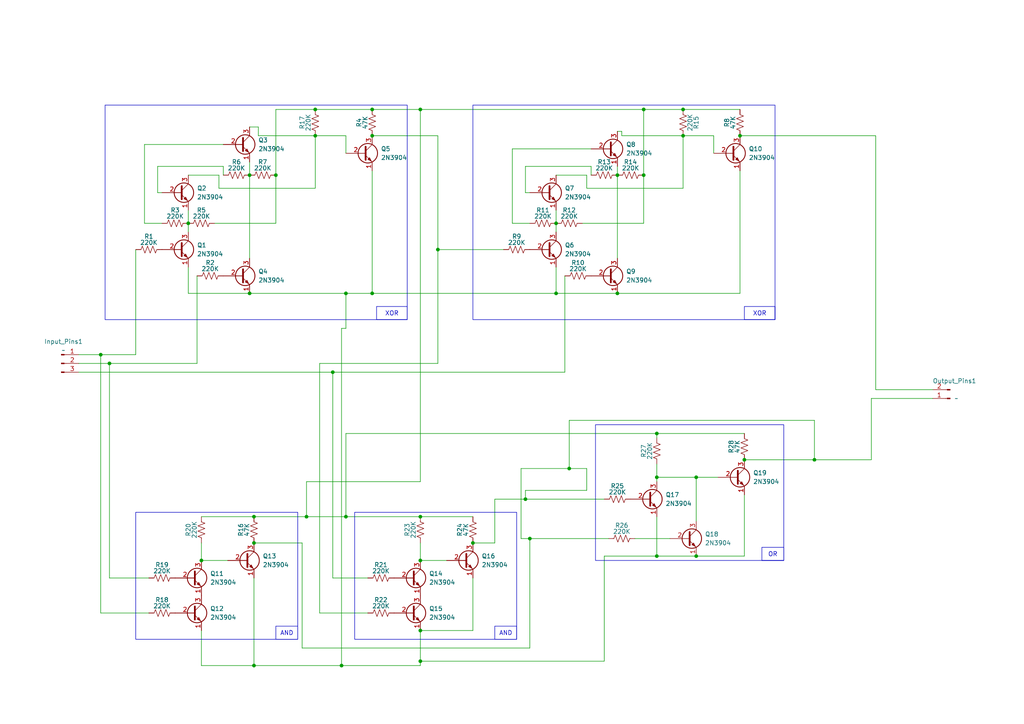
<source format=kicad_sch>
(kicad_sch (version 20231120) (generator "eeschema") (generator_version "8.0")
  (paper "A4")
  (title_block (title "1-Bit Adder") (date "2024-03-29") (rev "1.0"))
  (lib_symbols
    (symbol "Connector:Conn_01x02_Pin" (pin_names (offset 1.016) hide)
      (property "Reference" "J" (at 0 2.54 0))
      (property "Value" "Conn_01x02_Pin" (at 0 -5.08 0))
      (symbol "Conn_01x02_Pin_1_1"
        (polyline (pts (xy 1.27 -2.54) (xy 0.8636 -2.54)) (stroke (width 0.1524)))
        (polyline (pts (xy 1.27 0) (xy 0.8636 0)) (stroke (width 0.1524)))
        (rectangle (start 0.8636 -2.413) (end 0 -2.667) (stroke (width 0.1524)) (fill (type outline)))
        (rectangle (start 0.8636 0.127) (end 0 -0.127) (stroke (width 0.1524)) (fill (type outline)))
        (pin passive line (at 5.08 0 180) (length 3.81) (name "Pin_1") (number "1"))
        (pin passive line (at 5.08 -2.54 180) (length 3.81) (name "Pin_2") (number "2"))
      )
    )
    (symbol "Connector:Conn_01x03_Pin" (pin_names (offset 1.016) hide)
      (property "Reference" "J" (at 0 5.08 0))
      (property "Value" "Conn_01x03_Pin" (at 0 -5.08 0))
      (symbol "Conn_01x03_Pin_1_1"
        (polyline (pts (xy 1.27 -2.54) (xy 0.8636 -2.54)) (stroke (width 0.1524)))
        (polyline (pts (xy 1.27 0) (xy 0.8636 0)) (stroke (width 0.1524)))
        (polyline (pts (xy 1.27 2.54) (xy 0.8636 2.54)) (stroke (width 0.1524)))
        (rectangle (start 0.8636 -2.413) (end 0 -2.667) (stroke (width 0.1524)) (fill (type outline)))
        (rectangle (start 0.8636 0.127) (end 0 -0.127) (stroke (width 0.1524)) (fill (type outline)))
        (rectangle (start 0.8636 2.667) (end 0 2.413) (stroke (width 0.1524)) (fill (type outline)))
        (pin passive line (at 5.08 2.54 180) (length 3.81) (name "Pin_1") (number "1"))
        (pin passive line (at 5.08 0 180) (length 3.81) (name "Pin_2") (number "2"))
        (pin passive line (at 5.08 -2.54 180) (length 3.81) (name "Pin_3") (number "3"))
      )
    )
    (symbol "Device:R_US" (pin_numbers hide) (pin_names (offset 0))
      (property "Reference" "R" (at 2.54 0 90))
      (property "Value" "R_US" (at -2.54 0 90))
      (symbol "R_US_0_1"
        (polyline (pts (xy 0 -2.286) (xy 0 -2.54)))
        (polyline (pts (xy 0 2.286) (xy 0 2.54)))
        (polyline (pts (xy 0 -0.762) (xy 1.016 -1.143) (xy 0 -1.524) (xy -1.016 -1.905) (xy 0 -2.286)))
        (polyline (pts (xy 0 0.762) (xy 1.016 0.381) (xy 0 0) (xy -1.016 -0.381) (xy 0 -0.762)))
        (polyline (pts (xy 0 2.286) (xy 1.016 1.905) (xy 0 1.524) (xy -1.016 1.143) (xy 0 0.762)))
      )
      (symbol "R_US_1_1"
        (pin passive line (at 0 3.81 270) (length 1.27) (name "~") (number "1"))
        (pin passive line (at 0 -3.81 90) (length 1.27) (name "~") (number "2"))
      )
    )
    (symbol "Transistor_BJT:2N3904" (pin_names (offset 0) hide)
      (property "Reference" "Q" (at 5.08 1.905 0))
      (property "Value" "2N3904" (at 5.08 0 0))
      (symbol "2N3904_0_1"
        (polyline (pts (xy 0.635 0.635) (xy 2.54 2.54)))
        (polyline (pts (xy 0.635 -0.635) (xy 2.54 -2.54) (xy 2.54 -2.54)))
        (polyline (pts (xy 0.635 1.905) (xy 0.635 -1.905) (xy 0.635 -1.905)) (stroke (width 0.508)))
        (polyline (pts (xy 1.27 -1.778) (xy 1.778 -1.27) (xy 2.286 -2.286) (xy 1.27 -1.778) (xy 1.27 -1.778)) (fill (type outline)))
        (circle (center 1.27 0) (radius 2.8194) (stroke (width 0.254)))
      )
      (symbol "2N3904_1_1"
        (pin passive line (at 2.54 -5.08 90) (length 2.54) (name "E") (number "1"))
        (pin passive line (at -5.08 0 0) (length 5.715) (name "B") (number "2"))
        (pin passive line (at 2.54 5.08 270) (length 2.54) (name "C") (number "3"))
      )
    )
  )
  (junction (at 54.61 64.77))
  (junction (at 127 72.39))
  (junction (at 107.95 39.37))
  (junction (at 179.07 85.09))
  (junction (at 214.63 39.37))
  (junction (at 80.01 50.8))
  (junction (at 121.92 182.88))
  (junction (at 91.44 31.75))
  (junction (at 73.66 157.48))
  (junction (at 121.92 149.86))
  (junction (at 107.95 31.75))
  (junction (at 190.5 138.43))
  (junction (at 198.12 31.75))
  (junction (at 186.69 50.8))
  (junction (at 190.5 125.73))
  (junction (at 165.1 135.89))
  (junction (at 121.92 31.75))
  (junction (at 137.16 157.48))
  (junction (at 96.52 107.95))
  (junction (at 31.75 105.41))
  (junction (at 121.92 162.56))
  (junction (at 100.33 149.86))
  (junction (at 91.44 39.37))
  (junction (at 153.67 156.21))
  (junction (at 100.33 85.09))
  (junction (at 73.66 193.04))
  (junction (at 88.9 149.86))
  (junction (at 161.29 85.09))
  (junction (at 152.4 144.78))
  (junction (at 72.39 50.8))
  (junction (at 121.92 191.77))
  (junction (at 107.95 85.09))
  (junction (at 161.29 64.77))
  (junction (at 201.93 138.43))
  (junction (at 73.66 149.86))
  (junction (at 236.22 133.35))
  (junction (at 58.42 162.56))
  (junction (at 72.39 85.09))
  (junction (at 190.5 161.29))
  (junction (at 99.06 193.04))
  (junction (at 201.93 161.29))
  (junction (at 179.07 50.8))
  (junction (at 29.21 102.87))
  (junction (at 215.9 133.35))
  (junction (at 198.12 39.37))
  (junction (at 186.69 31.75))
  (wire (pts (xy 74.93 36.83) (xy 72.39 36.83)))
  (wire (pts (xy 87.63 157.48) (xy 73.66 157.48)))
  (wire (pts (xy 57.15 105.41) (xy 31.75 105.41)))
  (wire (pts (xy 31.75 167.64) (xy 31.75 105.41)))
  (wire (pts (xy 92.71 105.41) (xy 92.71 177.8)))
  (wire (pts (xy 152.4 144.78) (xy 175.26 144.78)))
  (wire (pts (xy 72.39 85.09) (xy 100.33 85.09)))
  (wire (pts (xy 121.92 139.7) (xy 121.92 31.75)))
  (wire (pts (xy 107.95 49.53) (xy 107.95 85.09)))
  (wire (pts (xy 152.4 144.78) (xy 152.4 142.24)))
  (wire (pts (xy 107.95 85.09) (xy 161.29 85.09)))
  (wire (pts (xy 180.34 39.37) (xy 198.12 39.37)))
  (wire (pts (xy 186.69 50.8) (xy 186.69 64.77)))
  (wire (pts (xy 43.18 177.8) (xy 29.21 177.8)))
  (wire (pts (xy 137.16 182.88) (xy 121.92 182.88)))
  (wire (pts (xy 45.72 48.26) (xy 64.77 48.26)))
  (wire (pts (xy 100.33 85.09) (xy 100.33 95.25)))
  (wire (pts (xy 72.39 50.8) (xy 72.39 74.93)))
  (wire (pts (xy 54.61 77.47) (xy 54.61 85.09)))
  (wire (pts (xy 186.69 31.75) (xy 198.12 31.75)))
  (wire (pts (xy 58.42 193.04) (xy 73.66 193.04)))
  (wire (pts (xy 54.61 60.96) (xy 54.61 64.77)))
  (wire (pts (xy 64.77 48.26) (xy 64.77 50.8)))
  (wire (pts (xy 58.42 149.86) (xy 73.66 149.86)))
  (wire (pts (xy 99.06 95.25) (xy 99.06 193.04)))
  (wire (pts (xy 190.5 138.43) (xy 190.5 139.7)))
  (wire (pts (xy 92.71 177.8) (xy 106.68 177.8)))
  (wire (pts (xy 91.44 39.37) (xy 74.93 39.37)))
  (wire (pts (xy 88.9 149.86) (xy 88.9 139.7)))
  (wire (pts (xy 88.9 139.7) (xy 121.92 139.7)))
  (wire (pts (xy 58.42 157.48) (xy 58.42 162.56)))
  (wire (pts (xy 190.5 149.86) (xy 190.5 161.29)))
  (wire (pts (xy 100.33 125.73) (xy 190.5 125.73)))
  (wire (pts (xy 87.63 187.96) (xy 87.63 157.48)))
  (wire (pts (xy 161.29 77.47) (xy 161.29 85.09)))
  (wire (pts (xy 100.33 85.09) (xy 107.95 85.09)))
  (wire (pts (xy 153.67 156.21) (xy 153.67 187.96)))
  (wire (pts (xy 215.9 125.73) (xy 190.5 125.73)))
  (wire (pts (xy 179.07 48.26) (xy 179.07 50.8)))
  (wire (pts (xy 201.93 151.13) (xy 201.93 138.43)))
  (wire (pts (xy 91.44 39.37) (xy 91.44 54.61)))
  (wire (pts (xy 88.9 149.86) (xy 100.33 149.86)))
  (wire (pts (xy 179.07 85.09) (xy 214.63 85.09)))
  (wire (pts (xy 107.95 31.75) (xy 121.92 31.75)))
  (wire (pts (xy 96.52 107.95) (xy 96.52 167.64)))
  (wire (pts (xy 74.93 39.37) (xy 74.93 36.83)))
  (wire (pts (xy 179.07 50.8) (xy 179.07 74.93)))
  (wire (pts (xy 184.15 156.21) (xy 194.31 156.21)))
  (wire (pts (xy 29.21 102.87) (xy 39.37 102.87)))
  (wire (pts (xy 80.01 31.75) (xy 80.01 50.8)))
  (wire (pts (xy 121.92 157.48) (xy 121.92 162.56)))
  (wire (pts (xy 170.18 54.61) (xy 198.12 54.61)))
  (wire (pts (xy 121.92 149.86) (xy 137.16 149.86)))
  (wire (pts (xy 58.42 182.88) (xy 58.42 193.04)))
  (wire (pts (xy 73.66 193.04) (xy 99.06 193.04)))
  (wire (pts (xy 129.54 162.56) (xy 121.92 162.56)))
  (wire (pts (xy 152.4 55.88) (xy 153.67 55.88)))
  (wire (pts (xy 215.9 143.51) (xy 215.9 161.29)))
  (wire (pts (xy 43.18 167.64) (xy 31.75 167.64)))
  (wire (pts (xy 73.66 149.86) (xy 88.9 149.86)))
  (wire (pts (xy 143.51 144.78) (xy 152.4 144.78)))
  (wire (pts (xy 165.1 121.92) (xy 236.22 121.92)))
  (wire (pts (xy 254 39.37) (xy 254 113.03)))
  (wire (pts (xy 100.33 44.45) (xy 100.33 39.37)))
  (wire (pts (xy 57.15 80.01) (xy 57.15 105.41)))
  (wire (pts (xy 54.61 64.77) (xy 54.61 67.31)))
  (wire (pts (xy 91.44 31.75) (xy 107.95 31.75)))
  (wire (pts (xy 175.26 191.77) (xy 121.92 191.77)))
  (wire (pts (xy 207.01 39.37) (xy 198.12 39.37)))
  (wire (pts (xy 198.12 31.75) (xy 214.63 31.75)))
  (wire (pts (xy 186.69 31.75) (xy 186.69 50.8)))
  (wire (pts (xy 175.26 161.29) (xy 175.26 191.77)))
  (wire (pts (xy 171.45 48.26) (xy 171.45 50.8)))
  (wire (pts (xy 170.18 142.24) (xy 170.18 135.89)))
  (wire (pts (xy 252.73 115.57) (xy 252.73 133.35)))
  (wire (pts (xy 127 72.39) (xy 146.05 72.39)))
  (wire (pts (xy 148.59 64.77) (xy 148.59 43.18)))
  (wire (pts (xy 121.92 31.75) (xy 186.69 31.75)))
  (wire (pts (xy 190.5 138.43) (xy 201.93 138.43)))
  (wire (pts (xy 152.4 48.26) (xy 171.45 48.26)))
  (wire (pts (xy 236.22 121.92) (xy 236.22 133.35)))
  (wire (pts (xy 190.5 134.62) (xy 190.5 138.43)))
  (wire (pts (xy 121.92 182.88) (xy 121.92 191.77)))
  (wire (pts (xy 165.1 121.92) (xy 165.1 135.89)))
  (wire (pts (xy 190.5 161.29) (xy 201.93 161.29)))
  (wire (pts (xy 254 39.37) (xy 214.63 39.37)))
  (wire (pts (xy 151.13 156.21) (xy 151.13 135.89)))
  (wire (pts (xy 198.12 39.37) (xy 198.12 54.61)))
  (wire (pts (xy 100.33 95.25) (xy 99.06 95.25)))
  (wire (pts (xy 45.72 55.88) (xy 45.72 48.26)))
  (wire (pts (xy 72.39 46.99) (xy 72.39 50.8)))
  (wire (pts (xy 137.16 167.64) (xy 137.16 182.88)))
  (wire (pts (xy 190.5 125.73) (xy 190.5 127)))
  (wire (pts (xy 100.33 125.73) (xy 100.33 149.86)))
  (wire (pts (xy 215.9 133.35) (xy 236.22 133.35)))
  (wire (pts (xy 161.29 64.77) (xy 161.29 67.31)))
  (wire (pts (xy 127 39.37) (xy 127 72.39)))
  (wire (pts (xy 80.01 31.75) (xy 91.44 31.75)))
  (wire (pts (xy 270.51 113.03) (xy 254 113.03)))
  (wire (pts (xy 236.22 133.35) (xy 252.73 133.35)))
  (wire (pts (xy 127 72.39) (xy 127 105.41)))
  (wire (pts (xy 63.5 50.8) (xy 63.5 54.61)))
  (wire (pts (xy 54.61 85.09) (xy 72.39 85.09)))
  (wire (pts (xy 63.5 54.61) (xy 91.44 54.61)))
  (wire (pts (xy 137.16 157.48) (xy 143.51 157.48)))
  (wire (pts (xy 99.06 193.04) (xy 121.92 193.04)))
  (wire (pts (xy 66.04 162.56) (xy 58.42 162.56)))
  (wire (pts (xy 45.72 55.88) (xy 46.99 55.88)))
  (wire (pts (xy 163.83 80.01) (xy 163.83 107.95)))
  (wire (pts (xy 54.61 50.8) (xy 63.5 50.8)))
  (wire (pts (xy 46.99 64.77) (xy 41.91 64.77)))
  (wire (pts (xy 153.67 156.21) (xy 151.13 156.21)))
  (wire (pts (xy 180.34 38.1) (xy 180.34 39.37)))
  (wire (pts (xy 41.91 64.77) (xy 41.91 41.91)))
  (wire (pts (xy 62.23 64.77) (xy 80.01 64.77)))
  (wire (pts (xy 153.67 64.77) (xy 148.59 64.77)))
  (wire (pts (xy 161.29 50.8) (xy 170.18 50.8)))
  (wire (pts (xy 151.13 135.89) (xy 165.1 135.89)))
  (wire (pts (xy 207.01 44.45) (xy 207.01 39.37)))
  (wire (pts (xy 127 39.37) (xy 107.95 39.37)))
  (wire (pts (xy 121.92 191.77) (xy 121.92 193.04)))
  (wire (pts (xy 22.86 102.87) (xy 29.21 102.87)))
  (wire (pts (xy 161.29 85.09) (xy 179.07 85.09)))
  (wire (pts (xy 165.1 135.89) (xy 170.18 135.89)))
  (wire (pts (xy 170.18 50.8) (xy 170.18 54.61)))
  (wire (pts (xy 29.21 177.8) (xy 29.21 102.87)))
  (wire (pts (xy 39.37 102.87) (xy 39.37 72.39)))
  (wire (pts (xy 201.93 138.43) (xy 208.28 138.43)))
  (wire (pts (xy 22.86 107.95) (xy 96.52 107.95)))
  (wire (pts (xy 73.66 167.64) (xy 73.66 193.04)))
  (wire (pts (xy 152.4 142.24) (xy 170.18 142.24)))
  (wire (pts (xy 148.59 43.18) (xy 171.45 43.18)))
  (wire (pts (xy 153.67 156.21) (xy 176.53 156.21)))
  (wire (pts (xy 96.52 167.64) (xy 106.68 167.64)))
  (wire (pts (xy 100.33 149.86) (xy 121.92 149.86)))
  (wire (pts (xy 214.63 49.53) (xy 214.63 85.09)))
  (wire (pts (xy 152.4 55.88) (xy 152.4 48.26)))
  (wire (pts (xy 168.91 64.77) (xy 186.69 64.77)))
  (wire (pts (xy 143.51 157.48) (xy 143.51 144.78)))
  (wire (pts (xy 127 105.41) (xy 92.71 105.41)))
  (wire (pts (xy 190.5 161.29) (xy 175.26 161.29)))
  (wire (pts (xy 91.44 39.37) (xy 100.33 39.37)))
  (wire (pts (xy 31.75 105.41) (xy 22.86 105.41)))
  (wire (pts (xy 270.51 115.57) (xy 252.73 115.57)))
  (wire (pts (xy 80.01 50.8) (xy 80.01 64.77)))
  (wire (pts (xy 201.93 161.29) (xy 215.9 161.29)))
  (wire (pts (xy 179.07 38.1) (xy 180.34 38.1)))
  (wire (pts (xy 41.91 41.91) (xy 64.77 41.91)))
  (wire (pts (xy 96.52 107.95) (xy 163.83 107.95)))
  (wire (pts (xy 161.29 60.96) (xy 161.29 64.77)))
  (wire (pts (xy 153.67 187.96) (xy 87.63 187.96)))
  (rectangle (start 102.87 148.59) (end 149.86 185.42))
  (rectangle (start 137.16 30.48) (end 224.79 92.71))
  (rectangle (start 172.72 123.19) (end 227.33 162.56))
  (rectangle (start 30.48 30.48) (end 118.11 92.71))
  (rectangle (start 39.37 148.59) (end 86.36 185.42))
  (text_box "XOR\n" (at 109.22 88.9 0) (size 8.89 3.81) (effects (font (size 1.27 1.27))))
  (text_box "OR" (at 220.98 158.75 0) (size 6.35 3.81) (effects (font (size 1.27 1.27))))
  (text_box "AND" (at 80.01 181.61 0) (size 6.35 3.81) (effects (font (size 1.27 1.27))))
  (text_box "AND" (at 143.51 181.61 0) (size 6.35 3.81) (effects (font (size 1.27 1.27))))
  (text_box "XOR\n" (at 215.9 88.9 0) (size 8.89 3.81) (effects (font (size 1.27 1.27))))
  (symbol (lib_id "Transistor_BJT:2N3904") (at 213.36 138.43 0) (unit 1)
    (property "Reference" "Q19" (at 218.44 137.1599 0) (effects (justify left)))
    (property "Value" "2N3904" (at 218.44 139.6999 0) (effects (justify left)))
    (property "Footprint" "Package_TO_SOT_THT:TO-92_HandSolder" (effects (hide yes)))
    (property "Datasheet" "https://www.onsemi.com/pub/Collateral/2N3903-D.PDF" (effects (hide yes)))
    (property "Description" "0.2A Ic, 40V Vce, Small Signal NPN Transistor, TO-92" (effects (hide yes)))
    (property "Sim.Library" "2N3904.lib" (effects (hide yes)))
    (property "Sim.Name" "2N3904" (effects (hide yes)))
    (property "Sim.Device" "NPN" (effects (hide yes)))
    (property "Sim.Type" "GUMMELPOON" (effects (hide yes)))
    (property "Sim.Pins" "1=E 2=B 3=C" (effects (hide yes)))
  )
  (symbol (lib_id "Device:R_US") (at 137.16 153.67 180) (unit 1)
    (property "Reference" "R24" (at 133.35 153.67 90))
    (property "Value" "47K" (at 135.128 153.67 90))
    (property "Footprint" "Resistor_THT:R_Axial_DIN0207_L6.3mm_D2.5mm_P2.54mm_Vertical" (effects (hide yes)))
    (property "Description" "Resistor, US symbol" (effects (hide yes)))
  )
  (symbol (lib_id "Connector:Conn_01x02_Pin") (at 275.59 115.57 180) (unit 1)
    (property "Reference" "Output_Pins1" (at 270.51 110.49 0) (effects (justify right)))
    (property "Value" "~" (at 276.86 115.57 0) (effects (justify right)))
    (property "Footprint" "Connector_Wire:SolderWire-0.5sqmm_1x02_P4.6mm_D0.9mm_OD2.1mm" (effects (hide yes)))
    (property "Description" "Generic connector, single row, 01x02, script generated" (effects (hide yes)))
  )
  (symbol (lib_id "Transistor_BJT:2N3904") (at 212.09 44.45 0) (unit 1)
    (property "Reference" "Q10" (at 217.17 43.1799 0) (effects (justify left)))
    (property "Value" "2N3904" (at 217.17 45.7199 0) (effects (justify left)))
    (property "Footprint" "Package_TO_SOT_THT:TO-92_HandSolder" (effects (hide yes)))
    (property "Datasheet" "https://www.onsemi.com/pub/Collateral/2N3903-D.PDF" (effects (hide yes)))
    (property "Description" "0.2A Ic, 40V Vce, Small Signal NPN Transistor, TO-92" (effects (hide yes)))
    (property "Sim.Library" "2N3904.lib" (effects (hide yes)))
    (property "Sim.Name" "2N3904" (effects (hide yes)))
    (property "Sim.Device" "NPN" (effects (hide yes)))
    (property "Sim.Type" "GUMMELPOON" (effects (hide yes)))
    (property "Sim.Pins" "1=E 2=B 3=C" (effects (hide yes)))
  )
  (symbol (lib_id "Device:R_US") (at 46.99 177.8 90) (unit 1)
    (property "Reference" "R18" (at 46.99 173.99 90))
    (property "Value" "220K" (at 46.99 175.768 90))
    (property "Footprint" "Resistor_THT:R_Axial_DIN0207_L6.3mm_D2.5mm_P2.54mm_Vertical" (effects (hide yes)))
    (property "Description" "Resistor, US symbol" (effects (hide yes)))
  )
  (symbol (lib_id "Transistor_BJT:2N3904") (at 69.85 41.91 0) (unit 1)
    (property "Reference" "Q3" (at 74.93 40.6399 0) (effects (justify left)))
    (property "Value" "2N3904" (at 74.93 43.1799 0) (effects (justify left)))
    (property "Footprint" "Package_TO_SOT_THT:TO-92_HandSolder" (effects (hide yes)))
    (property "Datasheet" "https://www.onsemi.com/pub/Collateral/2N3903-D.PDF" (effects (hide yes)))
    (property "Description" "0.2A Ic, 40V Vce, Small Signal NPN Transistor, TO-92" (effects (hide yes)))
    (property "Sim.Library" "2N3904.lib" (effects (hide yes)))
    (property "Sim.Name" "2N3904" (effects (hide yes)))
    (property "Sim.Device" "NPN" (effects (hide yes)))
    (property "Sim.Type" "GUMMELPOON" (effects (hide yes)))
    (property "Sim.Pins" "1=C 2=B 3=E" (effects (hide yes)))
  )
  (symbol (lib_id "Device:R_US") (at 149.86 72.39 90) (unit 1)
    (property "Reference" "R9" (at 149.86 68.58 90))
    (property "Value" "220K" (at 149.86 70.358 90))
    (property "Footprint" "Resistor_THT:R_Axial_DIN0207_L6.3mm_D2.5mm_P2.54mm_Vertical" (effects (hide yes)))
    (property "Description" "Resistor, US symbol" (effects (hide yes)))
  )
  (symbol (lib_id "Device:R_US") (at 214.63 35.56 180) (unit 1)
    (property "Reference" "R8" (at 210.82 35.56 90))
    (property "Value" "47K" (at 212.598 35.56 90))
    (property "Footprint" "Resistor_THT:R_Axial_DIN0207_L6.3mm_D2.5mm_P2.54mm_Vertical" (effects (hide yes)))
    (property "Description" "Resistor, US symbol" (effects (hide yes)))
  )
  (symbol (lib_id "Transistor_BJT:2N3904") (at 105.41 44.45 0) (unit 1)
    (property "Reference" "Q5" (at 110.49 43.1799 0) (effects (justify left)))
    (property "Value" "2N3904" (at 110.49 45.7199 0) (effects (justify left)))
    (property "Footprint" "Package_TO_SOT_THT:TO-92_HandSolder" (effects (hide yes)))
    (property "Datasheet" "https://www.onsemi.com/pub/Collateral/2N3903-D.PDF" (effects (hide yes)))
    (property "Description" "0.2A Ic, 40V Vce, Small Signal NPN Transistor, TO-92" (effects (hide yes)))
    (property "Sim.Library" "2N3904.lib" (effects (hide yes)))
    (property "Sim.Name" "2N3904" (effects (hide yes)))
    (property "Sim.Device" "NPN" (effects (hide yes)))
    (property "Sim.Type" "GUMMELPOON" (effects (hide yes)))
    (property "Sim.Pins" "1=E 2=B 3=C" (effects (hide yes)))
  )
  (symbol (lib_id "Device:R_US") (at 180.34 156.21 90) (unit 1)
    (property "Reference" "R26" (at 180.34 152.4 90))
    (property "Value" "220K" (at 180.34 154.178 90))
    (property "Footprint" "Resistor_THT:R_Axial_DIN0207_L6.3mm_D2.5mm_P2.54mm_Vertical" (effects (hide yes)))
    (property "Description" "Resistor, US symbol" (effects (hide yes)))
  )
  (symbol (lib_id "Transistor_BJT:2N3904") (at 55.88 167.64 0) (unit 1)
    (property "Reference" "Q11" (at 60.96 166.3699 0) (effects (justify left)))
    (property "Value" "2N3904" (at 60.96 168.9099 0) (effects (justify left)))
    (property "Footprint" "Package_TO_SOT_THT:TO-92_HandSolder" (effects (hide yes)))
    (property "Datasheet" "https://www.onsemi.com/pub/Collateral/2N3903-D.PDF" (effects (hide yes)))
    (property "Description" "0.2A Ic, 40V Vce, Small Signal NPN Transistor, TO-92" (effects (hide yes)))
    (property "Sim.Library" "2N3904.lib" (effects (hide yes)))
    (property "Sim.Name" "2N3904" (effects (hide yes)))
    (property "Sim.Device" "NPN" (effects (hide yes)))
    (property "Sim.Type" "GUMMELPOON" (effects (hide yes)))
    (property "Sim.Pins" "1=E 2=B 3=C" (effects (hide yes)))
  )
  (symbol (lib_id "Device:R_US") (at 165.1 64.77 90) (unit 1)
    (property "Reference" "R12" (at 165.1 60.96 90))
    (property "Value" "220K" (at 165.1 62.738 90))
    (property "Footprint" "Resistor_THT:R_Axial_DIN0207_L6.3mm_D2.5mm_P2.54mm_Vertical" (effects (hide yes)))
    (property "Description" "Resistor, US symbol" (effects (hide yes)))
  )
  (symbol (lib_id "Device:R_US") (at 121.92 153.67 180) (unit 1)
    (property "Reference" "R23" (at 118.11 153.67 90))
    (property "Value" "220K" (at 119.888 153.67 90))
    (property "Footprint" "Resistor_THT:R_Axial_DIN0207_L6.3mm_D2.5mm_P2.54mm_Vertical" (effects (hide yes)))
    (property "Description" "Resistor, US symbol" (effects (hide yes)))
  )
  (symbol (lib_id "Device:R_US") (at 91.44 35.56 180) (unit 1)
    (property "Reference" "R17" (at 87.63 35.56 90))
    (property "Value" "220K" (at 89.408 35.56 90))
    (property "Footprint" "Resistor_THT:R_Axial_DIN0207_L6.3mm_D2.5mm_P2.54mm_Vertical" (effects (hide yes)))
    (property "Description" "Resistor, US symbol" (effects (hide yes)))
  )
  (symbol (lib_id "Transistor_BJT:2N3904") (at 71.12 162.56 0) (unit 1)
    (property "Reference" "Q13" (at 76.2 161.2899 0) (effects (justify left)))
    (property "Value" "2N3904" (at 76.2 163.8299 0) (effects (justify left)))
    (property "Footprint" "Package_TO_SOT_THT:TO-92_HandSolder" (effects (hide yes)))
    (property "Datasheet" "https://www.onsemi.com/pub/Collateral/2N3903-D.PDF" (effects (hide yes)))
    (property "Description" "0.2A Ic, 40V Vce, Small Signal NPN Transistor, TO-92" (effects (hide yes)))
    (property "Sim.Library" "2N3904.lib" (effects (hide yes)))
    (property "Sim.Name" "2N3904" (effects (hide yes)))
    (property "Sim.Device" "NPN" (effects (hide yes)))
    (property "Sim.Type" "GUMMELPOON" (effects (hide yes)))
    (property "Sim.Pins" "1=E 2=B 3=C" (effects (hide yes)))
  )
  (symbol (lib_id "Device:R_US") (at 179.07 144.78 90) (unit 1)
    (property "Reference" "R25" (at 179.07 140.97 90))
    (property "Value" "220K" (at 179.07 142.748 90))
    (property "Footprint" "Resistor_THT:R_Axial_DIN0207_L6.3mm_D2.5mm_P2.54mm_Vertical" (effects (hide yes)))
    (property "Description" "Resistor, US symbol" (effects (hide yes)))
  )
  (symbol (lib_id "Device:R_US") (at 68.58 50.8 90) (unit 1)
    (property "Reference" "R6" (at 68.58 46.99 90))
    (property "Value" "220K" (at 68.58 48.768 90))
    (property "Footprint" "Resistor_THT:R_Axial_DIN0207_L6.3mm_D2.5mm_P2.54mm_Vertical" (effects (hide yes)))
    (property "Description" "Resistor, US symbol" (effects (hide yes)))
  )
  (symbol (lib_id "Device:R_US") (at 190.5 130.81 180) (unit 1)
    (property "Reference" "R27" (at 186.69 130.81 90))
    (property "Value" "220K" (at 188.468 130.81 90))
    (property "Footprint" "Resistor_THT:R_Axial_DIN0207_L6.3mm_D2.5mm_P2.54mm_Vertical" (effects (hide yes)))
    (property "Description" "Resistor, US symbol" (effects (hide yes)))
  )
  (symbol (lib_id "Transistor_BJT:2N3904") (at 134.62 162.56 0) (unit 1)
    (property "Reference" "Q16" (at 139.7 161.2899 0) (effects (justify left)))
    (property "Value" "2N3904" (at 139.7 163.8299 0) (effects (justify left)))
    (property "Footprint" "Package_TO_SOT_THT:TO-92_HandSolder" (effects (hide yes)))
    (property "Datasheet" "https://www.onsemi.com/pub/Collateral/2N3903-D.PDF" (effects (hide yes)))
    (property "Description" "0.2A Ic, 40V Vce, Small Signal NPN Transistor, TO-92" (effects (hide yes)))
    (property "Sim.Library" "2N3904.lib" (effects (hide yes)))
    (property "Sim.Name" "2N3904" (effects (hide yes)))
    (property "Sim.Device" "NPN" (effects (hide yes)))
    (property "Sim.Type" "GUMMELPOON" (effects (hide yes)))
    (property "Sim.Pins" "1=E 2=B 3=C" (effects (hide yes)))
  )
  (symbol (lib_id "Device:R_US") (at 58.42 64.77 90) (unit 1)
    (property "Reference" "R5" (at 58.42 60.96 90))
    (property "Value" "220K" (at 58.42 62.738 90))
    (property "Footprint" "Resistor_THT:R_Axial_DIN0207_L6.3mm_D2.5mm_P2.54mm_Vertical" (effects (hide yes)))
    (property "Description" "Resistor, US symbol" (effects (hide yes)))
  )
  (symbol (lib_id "Device:R_US") (at 110.49 167.64 90) (unit 1)
    (property "Reference" "R21" (at 110.49 163.83 90))
    (property "Value" "220K" (at 110.49 165.608 90))
    (property "Footprint" "Resistor_THT:R_Axial_DIN0207_L6.3mm_D2.5mm_P2.54mm_Vertical" (effects (hide yes)))
    (property "Description" "Resistor, US symbol" (effects (hide yes)))
  )
  (symbol (lib_id "Device:R_US") (at 60.96 80.01 90) (unit 1)
    (property "Reference" "R2" (at 60.96 76.2 90))
    (property "Value" "220K" (at 60.96 77.978 90))
    (property "Footprint" "Resistor_THT:R_Axial_DIN0207_L6.3mm_D2.5mm_P2.54mm_Vertical" (effects (hide yes)))
    (property "Description" "Resistor, US symbol" (effects (hide yes)))
  )
  (symbol (lib_id "Device:R_US") (at 76.2 50.8 90) (unit 1)
    (property "Reference" "R7" (at 76.2 46.99 90))
    (property "Value" "220K" (at 76.2 48.768 90))
    (property "Footprint" "Resistor_THT:R_Axial_DIN0207_L6.3mm_D2.5mm_P2.54mm_Vertical" (effects (hide yes)))
    (property "Description" "Resistor, US symbol" (effects (hide yes)))
  )
  (symbol (lib_id "Device:R_US") (at 157.48 64.77 90) (unit 1)
    (property "Reference" "R11" (at 157.48 60.96 90))
    (property "Value" "220K" (at 157.48 62.738 90))
    (property "Footprint" "Resistor_THT:R_Axial_DIN0207_L6.3mm_D2.5mm_P2.54mm_Vertical" (effects (hide yes)))
    (property "Description" "Resistor, US symbol" (effects (hide yes)))
  )
  (symbol (lib_id "Device:R_US") (at 58.42 153.67 180) (unit 1)
    (property "Reference" "R20" (at 54.61 153.67 90))
    (property "Value" "220K" (at 56.388 153.67 90))
    (property "Footprint" "Resistor_THT:R_Axial_DIN0207_L6.3mm_D2.5mm_P2.54mm_Vertical" (effects (hide yes)))
    (property "Description" "Resistor, US symbol" (effects (hide yes)))
  )
  (symbol (lib_id "Transistor_BJT:2N3904") (at 176.53 43.18 0) (unit 1)
    (property "Reference" "Q8" (at 181.61 41.9099 0) (effects (justify left)))
    (property "Value" "2N3904" (at 181.61 44.4499 0) (effects (justify left)))
    (property "Footprint" "Package_TO_SOT_THT:TO-92_HandSolder" (effects (hide yes)))
    (property "Datasheet" "https://www.onsemi.com/pub/Collateral/2N3903-D.PDF" (effects (hide yes)))
    (property "Description" "0.2A Ic, 40V Vce, Small Signal NPN Transistor, TO-92" (effects (hide yes)))
    (property "Sim.Library" "2N3904.lib" (effects (hide yes)))
    (property "Sim.Name" "2N3904" (effects (hide yes)))
    (property "Sim.Device" "NPN" (effects (hide yes)))
    (property "Sim.Type" "GUMMELPOON" (effects (hide yes)))
    (property "Sim.Pins" "1=E 2=B 3=C" (effects (hide yes)))
  )
  (symbol (lib_id "Device:R_US") (at 198.12 35.56 0) (unit 1)
    (property "Reference" "R15" (at 201.93 35.56 90))
    (property "Value" "220K" (at 200.152 35.56 90))
    (property "Footprint" "Resistor_THT:R_Axial_DIN0207_L6.3mm_D2.5mm_P2.54mm_Vertical" (effects (hide yes)))
    (property "Description" "Resistor, US symbol" (effects (hide yes)))
  )
  (symbol (lib_id "Transistor_BJT:2N3904") (at 69.85 80.01 0) (unit 1)
    (property "Reference" "Q4" (at 74.93 78.7399 0) (effects (justify left)))
    (property "Value" "2N3904" (at 74.93 81.2799 0) (effects (justify left)))
    (property "Footprint" "Package_TO_SOT_THT:TO-92_HandSolder" (effects (hide yes)))
    (property "Datasheet" "https://www.onsemi.com/pub/Collateral/2N3903-D.PDF" (effects (hide yes)))
    (property "Description" "0.2A Ic, 40V Vce, Small Signal NPN Transistor, TO-92" (effects (hide yes)))
    (property "Sim.Library" "2N3904.lib" (effects (hide yes)))
    (property "Sim.Name" "2N3904" (effects (hide yes)))
    (property "Sim.Device" "NPN" (effects (hide yes)))
    (property "Sim.Type" "GUMMELPOON" (effects (hide yes)))
    (property "Sim.Pins" "1=E 2=B 3=C" (effects (hide yes)))
  )
  (symbol (lib_id "Transistor_BJT:2N3904") (at 158.75 72.39 0) (unit 1)
    (property "Reference" "Q6" (at 163.83 71.1199 0) (effects (justify left)))
    (property "Value" "2N3904" (at 163.83 73.6599 0) (effects (justify left)))
    (property "Footprint" "Package_TO_SOT_THT:TO-92_HandSolder" (effects (hide yes)))
    (property "Datasheet" "https://www.onsemi.com/pub/Collateral/2N3903-D.PDF" (effects (hide yes)))
    (property "Description" "0.2A Ic, 40V Vce, Small Signal NPN Transistor, TO-92" (effects (hide yes)))
    (property "Sim.Library" "2N3904.lib" (effects (hide yes)))
    (property "Sim.Name" "2N3904" (effects (hide yes)))
    (property "Sim.Device" "NPN" (effects (hide yes)))
    (property "Sim.Type" "GUMMELPOON" (effects (hide yes)))
    (property "Sim.Pins" "1=E 2=B 3=C" (effects (hide yes)))
  )
  (symbol (lib_id "Device:R_US") (at 110.49 177.8 90) (unit 1)
    (property "Reference" "R22" (at 110.49 173.99 90))
    (property "Value" "220K" (at 110.49 175.768 90))
    (property "Footprint" "Resistor_THT:R_Axial_DIN0207_L6.3mm_D2.5mm_P2.54mm_Vertical" (effects (hide yes)))
    (property "Description" "Resistor, US symbol" (effects (hide yes)))
  )
  (symbol (lib_id "Device:R_US") (at 50.8 64.77 90) (unit 1)
    (property "Reference" "R3" (at 50.8 60.96 90))
    (property "Value" "220K" (at 50.8 62.738 90))
    (property "Footprint" "Resistor_THT:R_Axial_DIN0207_L6.3mm_D2.5mm_P2.54mm_Vertical" (effects (hide yes)))
    (property "Description" "Resistor, US symbol" (effects (hide yes)))
  )
  (symbol (lib_id "Connector:Conn_01x03_Pin") (at 17.78 105.41 0) (unit 1)
    (property "Reference" "Input_Pins1" (at 18.415 99.06 0))
    (property "Value" "~" (at 18.415 101.6 0))
    (property "Footprint" "Connector_Wire:SolderWire-0.5sqmm_1x03_P4.6mm_D0.9mm_OD2.1mm" (effects (hide yes)))
    (property "Description" "Generic connector, single row, 01x03, script generated" (effects (hide yes)))
  )
  (symbol (lib_id "Transistor_BJT:2N3904") (at 187.96 144.78 0) (unit 1)
    (property "Reference" "Q17" (at 193.04 143.5099 0) (effects (justify left)))
    (property "Value" "2N3904" (at 193.04 146.0499 0) (effects (justify left)))
    (property "Footprint" "Package_TO_SOT_THT:TO-92_HandSolder" (effects (hide yes)))
    (property "Datasheet" "https://www.onsemi.com/pub/Collateral/2N3903-D.PDF" (effects (hide yes)))
    (property "Description" "0.2A Ic, 40V Vce, Small Signal NPN Transistor, TO-92" (effects (hide yes)))
    (property "Sim.Library" "2N3904.lib" (effects (hide yes)))
    (property "Sim.Name" "2N3904" (effects (hide yes)))
    (property "Sim.Device" "NPN" (effects (hide yes)))
    (property "Sim.Type" "GUMMELPOON" (effects (hide yes)))
    (property "Sim.Pins" "1=E 2=B 3=C" (effects (hide yes)))
  )
  (symbol (lib_id "Transistor_BJT:2N3904") (at 176.53 80.01 0) (unit 1)
    (property "Reference" "Q9" (at 181.61 78.7399 0) (effects (justify left)))
    (property "Value" "2N3904" (at 181.61 81.2799 0) (effects (justify left)))
    (property "Footprint" "Package_TO_SOT_THT:TO-92_HandSolder" (effects (hide yes)))
    (property "Datasheet" "https://www.onsemi.com/pub/Collateral/2N3903-D.PDF" (effects (hide yes)))
    (property "Description" "0.2A Ic, 40V Vce, Small Signal NPN Transistor, TO-92" (effects (hide yes)))
    (property "Sim.Library" "2N3904.lib" (effects (hide yes)))
    (property "Sim.Name" "2N3904" (effects (hide yes)))
    (property "Sim.Device" "NPN" (effects (hide yes)))
    (property "Sim.Type" "GUMMELPOON" (effects (hide yes)))
    (property "Sim.Pins" "1=E 2=B 3=C" (effects (hide yes)))
  )
  (symbol (lib_id "Transistor_BJT:2N3904") (at 158.75 55.88 0) (unit 1)
    (property "Reference" "Q7" (at 163.83 54.6099 0) (effects (justify left)))
    (property "Value" "2N3904" (at 163.83 57.1499 0) (effects (justify left)))
    (property "Footprint" "Package_TO_SOT_THT:TO-92_HandSolder" (effects (hide yes)))
    (property "Datasheet" "https://www.onsemi.com/pub/Collateral/2N3903-D.PDF" (effects (hide yes)))
    (property "Description" "0.2A Ic, 40V Vce, Small Signal NPN Transistor, TO-92" (effects (hide yes)))
    (property "Sim.Library" "2N3904.lib" (effects (hide yes)))
    (property "Sim.Name" "2N3904" (effects (hide yes)))
    (property "Sim.Device" "NPN" (effects (hide yes)))
    (property "Sim.Type" "GUMMELPOON" (effects (hide yes)))
    (property "Sim.Pins" "1=E 2=B 3=C" (effects (hide yes)))
  )
  (symbol (lib_id "Transistor_BJT:2N3904") (at 119.38 177.8 0) (unit 1)
    (property "Reference" "Q15" (at 124.46 176.5299 0) (effects (justify left)))
    (property "Value" "2N3904" (at 124.46 179.0699 0) (effects (justify left)))
    (property "Footprint" "Package_TO_SOT_THT:TO-92_HandSolder" (effects (hide yes)))
    (property "Datasheet" "https://www.onsemi.com/pub/Collateral/2N3903-D.PDF" (effects (hide yes)))
    (property "Description" "0.2A Ic, 40V Vce, Small Signal NPN Transistor, TO-92" (effects (hide yes)))
    (property "Sim.Library" "2N3904.lib" (effects (hide yes)))
    (property "Sim.Name" "2N3904" (effects (hide yes)))
    (property "Sim.Device" "NPN" (effects (hide yes)))
    (property "Sim.Type" "GUMMELPOON" (effects (hide yes)))
    (property "Sim.Pins" "1=E 2=B 3=C" (effects (hide yes)))
  )
  (symbol (lib_id "Device:R_US") (at 175.26 50.8 90) (unit 1)
    (property "Reference" "R13" (at 175.26 46.99 90))
    (property "Value" "220K" (at 175.26 48.768 90))
    (property "Footprint" "Resistor_THT:R_Axial_DIN0207_L6.3mm_D2.5mm_P2.54mm_Vertical" (effects (hide yes)))
    (property "Description" "Resistor, US symbol" (effects (hide yes)))
  )
  (symbol (lib_id "Device:R_US") (at 46.99 167.64 90) (unit 1)
    (property "Reference" "R19" (at 46.99 163.83 90))
    (property "Value" "220K" (at 46.99 165.608 90))
    (property "Footprint" "Resistor_THT:R_Axial_DIN0207_L6.3mm_D2.5mm_P2.54mm_Vertical" (effects (hide yes)))
    (property "Description" "Resistor, US symbol" (effects (hide yes)))
  )
  (symbol (lib_id "Device:R_US") (at 182.88 50.8 90) (unit 1)
    (property "Reference" "R14" (at 182.88 46.99 90))
    (property "Value" "220K" (at 182.88 48.768 90))
    (property "Footprint" "Resistor_THT:R_Axial_DIN0207_L6.3mm_D2.5mm_P2.54mm_Vertical" (effects (hide yes)))
    (property "Description" "Resistor, US symbol" (effects (hide yes)))
  )
  (symbol (lib_id "Transistor_BJT:2N3904") (at 55.88 177.8 0) (unit 1)
    (property "Reference" "Q12" (at 60.96 176.5299 0) (effects (justify left)))
    (property "Value" "2N3904" (at 60.96 179.0699 0) (effects (justify left)))
    (property "Footprint" "Package_TO_SOT_THT:TO-92_HandSolder" (effects (hide yes)))
    (property "Datasheet" "https://www.onsemi.com/pub/Collateral/2N3903-D.PDF" (effects (hide yes)))
    (property "Description" "0.2A Ic, 40V Vce, Small Signal NPN Transistor, TO-92" (effects (hide yes)))
    (property "Sim.Library" "2N3904.lib" (effects (hide yes)))
    (property "Sim.Name" "2N3904" (effects (hide yes)))
    (property "Sim.Device" "NPN" (effects (hide yes)))
    (property "Sim.Type" "GUMMELPOON" (effects (hide yes)))
    (property "Sim.Pins" "1=E 2=B 3=C" (effects (hide yes)))
  )
  (symbol (lib_id "Device:R_US") (at 167.64 80.01 90) (unit 1)
    (property "Reference" "R10" (at 167.64 76.2 90))
    (property "Value" "220K" (at 167.64 77.978 90))
    (property "Footprint" "Resistor_THT:R_Axial_DIN0207_L6.3mm_D2.5mm_P2.54mm_Vertical" (effects (hide yes)))
    (property "Description" "Resistor, US symbol" (effects (hide yes)))
  )
  (symbol (lib_id "Transistor_BJT:2N3904") (at 52.07 72.39 0) (unit 1)
    (property "Reference" "Q1" (at 57.15 71.1199 0) (effects (justify left)))
    (property "Value" "2N3904" (at 57.15 73.6599 0) (effects (justify left)))
    (property "Footprint" "Package_TO_SOT_THT:TO-92_HandSolder" (effects (hide yes)))
    (property "Datasheet" "https://www.onsemi.com/pub/Collateral/2N3903-D.PDF" (effects (hide yes)))
    (property "Description" "0.2A Ic, 40V Vce, Small Signal NPN Transistor, TO-92" (effects (hide yes)))
    (property "Sim.Library" "2N3904.lib" (effects (hide yes)))
    (property "Sim.Name" "2N3904" (effects (hide yes)))
    (property "Sim.Device" "NPN" (effects (hide yes)))
    (property "Sim.Type" "GUMMELPOON" (effects (hide yes)))
    (property "Sim.Pins" "1=E 2=B 3=C" (effects (hide yes)))
  )
  (symbol (lib_id "Device:R_US") (at 73.66 153.67 180) (unit 1)
    (property "Reference" "R16" (at 69.85 153.67 90))
    (property "Value" "47K" (at 71.628 153.67 90))
    (property "Footprint" "Resistor_THT:R_Axial_DIN0207_L6.3mm_D2.5mm_P2.54mm_Vertical" (effects (hide yes)))
    (property "Description" "Resistor, US symbol" (effects (hide yes)))
  )
  (symbol (lib_id "Transistor_BJT:2N3904") (at 119.38 167.64 0) (unit 1)
    (property "Reference" "Q14" (at 124.46 166.3699 0) (effects (justify left)))
    (property "Value" "2N3904" (at 124.46 168.9099 0) (effects (justify left)))
    (property "Footprint" "Package_TO_SOT_THT:TO-92_HandSolder" (effects (hide yes)))
    (property "Datasheet" "https://www.onsemi.com/pub/Collateral/2N3903-D.PDF" (effects (hide yes)))
    (property "Description" "0.2A Ic, 40V Vce, Small Signal NPN Transistor, TO-92" (effects (hide yes)))
    (property "Sim.Library" "2N3904.lib" (effects (hide yes)))
    (property "Sim.Name" "2N3904" (effects (hide yes)))
    (property "Sim.Device" "NPN" (effects (hide yes)))
    (property "Sim.Type" "GUMMELPOON" (effects (hide yes)))
    (property "Sim.Pins" "1=E 2=B 3=C" (effects (hide yes)))
  )
  (symbol (lib_id "Device:R_US") (at 215.9 129.54 180) (unit 1)
    (property "Reference" "R28" (at 212.09 129.54 90))
    (property "Value" "47K" (at 213.868 129.54 90))
    (property "Footprint" "Resistor_THT:R_Axial_DIN0207_L6.3mm_D2.5mm_P2.54mm_Vertical" (effects (hide yes)))
    (property "Description" "Resistor, US symbol" (effects (hide yes)))
  )
  (symbol (lib_id "Transistor_BJT:2N3904") (at 199.39 156.21 0) (unit 1)
    (property "Reference" "Q18" (at 204.47 154.9399 0) (effects (justify left)))
    (property "Value" "2N3904" (at 204.47 157.4799 0) (effects (justify left)))
    (property "Footprint" "Package_TO_SOT_THT:TO-92_HandSolder" (effects (hide yes)))
    (property "Datasheet" "https://www.onsemi.com/pub/Collateral/2N3903-D.PDF" (effects (hide yes)))
    (property "Description" "0.2A Ic, 40V Vce, Small Signal NPN Transistor, TO-92" (effects (hide yes)))
    (property "Sim.Library" "2N3904.lib" (effects (hide yes)))
    (property "Sim.Name" "2N3904" (effects (hide yes)))
    (property "Sim.Device" "NPN" (effects (hide yes)))
    (property "Sim.Type" "GUMMELPOON" (effects (hide yes)))
    (property "Sim.Pins" "1=E 2=B 3=C" (effects (hide yes)))
  )
  (symbol (lib_id "Device:R_US") (at 43.18 72.39 90) (unit 1)
    (property "Reference" "R1" (at 43.18 68.58 90))
    (property "Value" "220K" (at 43.18 70.358 90))
    (property "Footprint" "Resistor_THT:R_Axial_DIN0207_L6.3mm_D2.5mm_P2.54mm_Vertical" (effects (hide yes)))
    (property "Description" "Resistor, US symbol" (effects (hide yes)))
  )
  (symbol (lib_id "Device:R_US") (at 107.95 35.56 180) (unit 1)
    (property "Reference" "R4" (at 104.14 35.56 90))
    (property "Value" "47K" (at 105.918 35.56 90))
    (property "Footprint" "Resistor_THT:R_Axial_DIN0207_L6.3mm_D2.5mm_P2.54mm_Vertical" (effects (hide yes)))
    (property "Description" "Resistor, US symbol" (effects (hide yes)))
  )
  (symbol (lib_id "Transistor_BJT:2N3904") (at 52.07 55.88 0) (unit 1)
    (property "Reference" "Q2" (at 57.15 54.6099 0) (effects (justify left)))
    (property "Value" "2N3904" (at 57.15 57.1499 0) (effects (justify left)))
    (property "Footprint" "Package_TO_SOT_THT:TO-92_HandSolder" (effects (hide yes)))
    (property "Datasheet" "https://www.onsemi.com/pub/Collateral/2N3903-D.PDF" (effects (hide yes)))
    (property "Description" "0.2A Ic, 40V Vce, Small Signal NPN Transistor, TO-92" (effects (hide yes)))
    (property "Sim.Library" "2N3904.lib" (effects (hide yes)))
    (property "Sim.Name" "2N3904" (effects (hide yes)))
    (property "Sim.Device" "NPN" (effects (hide yes)))
    (property "Sim.Type" "GUMMELPOON" (effects (hide yes)))
    (property "Sim.Pins" "1=E 2=B 3=C" (effects (hide yes)))
  )
)
</source>
